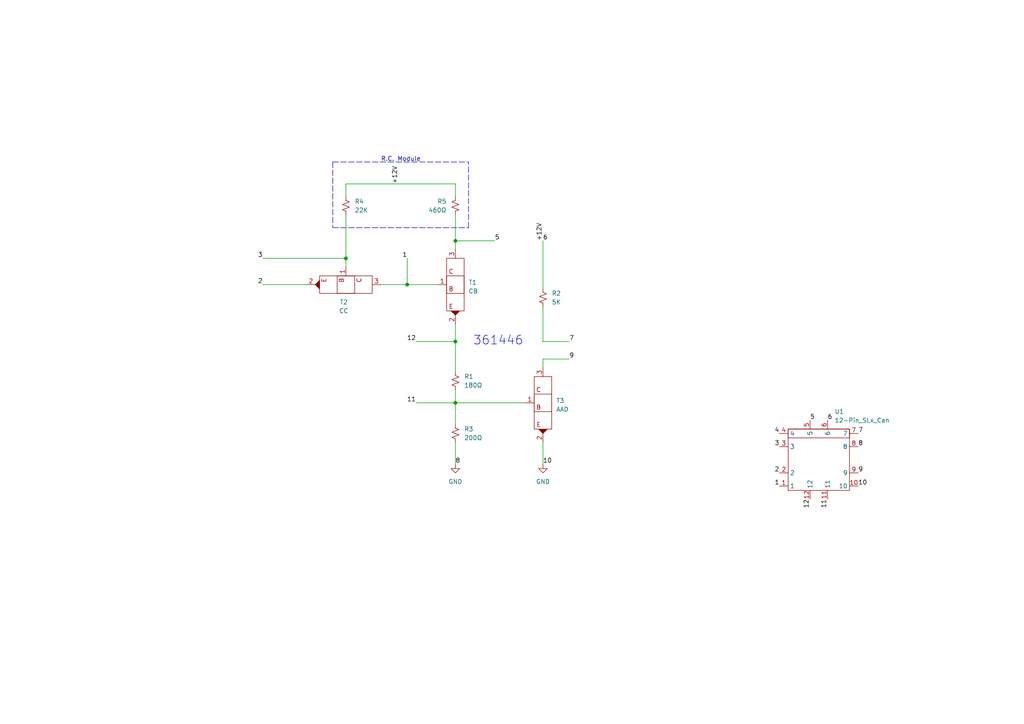
<source format=kicad_sch>
(kicad_sch (version 20211123) (generator eeschema)
  (paper "A4")
  (lib_symbols
    (symbol "Device:R_Small_US" (pin_numbers hide) (pin_names (offset 0.254) hide)
      (property "Reference" "R" (at 0.762 0.508 0))
      (property "Value" "R_Small_US" (at 0.762 -1.016 0))
      (symbol "R_Small_US_1_1"
        (polyline (pts (xy 0 0) (xy 1.016 -0.381) (xy 0 -0.762) (xy -1.016 -1.143) (xy 0 -1.524)))
        (polyline (pts (xy 0 1.524) (xy 1.016 1.143) (xy 0 0.762) (xy -1.016 0.381) (xy 0 0)))
        (pin passive line (at 0 2.54 270) (length 1.016) (name "~") (number "1"))
        (pin passive line (at 0 -2.54 90) (length 1.016) (name "~") (number "2"))
      )
    )
    (symbol "IBM_SLT-SLD:12-Pin_SLx_Can"
      (property "Reference" "U" (at 0 -2.54 0))
      (property "Value" "12-Pin_SLx_Can" (at 0 0 0))
      (symbol "12-Pin_SLx_Can_0_1"
        (rectangle (start -8.89 8.89) (end 8.89 -8.89))
        (rectangle (start -8.89 8.89) (end 8.89 6.35))
      )
      (symbol "12-Pin_SLx_Can_1_1"
        (pin passive line (at -11.43 -7.62 0) (length 2.54) (name "1") (number "1"))
        (pin passive line (at 11.43 -7.62 180) (length 2.54) (name "10") (number "10"))
        (pin passive line (at 2.54 -11.43 90) (length 2.54) (name "11") (number "11"))
        (pin passive line (at -2.54 -11.43 90) (length 2.54) (name "12") (number "12"))
        (pin passive line (at -11.43 -3.81 0) (length 2.54) (name "2") (number "2"))
        (pin passive line (at -11.43 3.81 0) (length 2.54) (name "3") (number "3"))
        (pin passive line (at -11.43 7.62 0) (length 2.54) (name "4") (number "4"))
        (pin passive line (at -2.54 11.43 270) (length 2.54) (name "5") (number "5"))
        (pin passive line (at 2.54 11.43 270) (length 2.54) (name "6") (number "6"))
        (pin passive line (at 11.43 7.62 180) (length 2.54) (name "7") (number "7"))
        (pin passive line (at 11.43 3.81 180) (length 2.54) (name "8") (number "8"))
        (pin passive line (at 11.43 -3.81 180) (length 2.54) (name "9") (number "9"))
      )
    )
    (symbol "IBM_SLT-SLD:IBM_Transistor"
      (property "Reference" "T" (at 0 5.08 0))
      (property "Value" "IBM_Transistor" (at 7.62 8.89 0))
      (symbol "IBM_Transistor_0_0"
        (text "B" (at -1.27 -1.27 0) (effects (font (size 1.27 1.27))))
        (text "C" (at -1.27 3.81 0) (effects (font (size 1.27 1.27))))
        (text "E" (at -1.27 -6.35 0) (effects (font (size 1.27 1.27))))
      )
      (symbol "IBM_Transistor_0_1"
        (rectangle (start -2.54 2.54) (end 2.54 -2.54))
        (rectangle (start -2.54 7.62) (end 2.54 -7.62))
        (polyline (pts (xy -1.27 -7.62) (xy 0 -8.89) (xy 1.27 -7.62)) (fill (type outline)))
      )
      (symbol "IBM_Transistor_1_1"
        (pin passive line (at -5.08 0 0) (length 2.54) (name "B") (number "1"))
        (pin passive line (at 0 -11.43 90) (length 2.54) (name "E") (number "2"))
        (pin passive line (at 0 10.16 270) (length 2.54) (name "C") (number "3"))
      )
    )
    (symbol "power:GND" (power) (pin_names (offset 0))
      (property "Value" "GND" (at 0 -3.81 0))
      (symbol "GND_0_1"
        (polyline (pts (xy 0 0) (xy 0 -1.27) (xy 1.27 -1.27) (xy 0 -2.54) (xy -1.27 -1.27) (xy 0 -1.27)))
      )
      (symbol "GND_1_1"
        (pin power_in line (at 0 0 270) (length 0) hide (name "GND") (number "1"))
      )
    )
  )
  (junction (at 118.11 82.55))
  (junction (at 132.08 69.85))
  (junction (at 100.33 74.93))
  (junction (at 132.08 99.06))
  (junction (at 132.08 116.84))
  (wire (pts (xy 118.11 82.55) (xy 127 82.55)))
  (wire (pts (xy 100.33 74.93) (xy 100.33 77.47)))
  (wire (pts (xy 132.08 62.23) (xy 132.08 69.85)))
  (wire (pts (xy 76.2 82.55) (xy 88.9 82.55)))
  (wire (pts (xy 132.08 116.84) (xy 132.08 123.19)))
  (wire (pts (xy 157.48 104.14) (xy 165.1 104.14)))
  (wire (pts (xy 120.65 99.06) (xy 132.08 99.06)))
  (wire (pts (xy 100.33 53.34) (xy 100.33 57.15)))
  (wire (pts (xy 132.08 99.06) (xy 132.08 93.98)))
  (wire (pts (xy 157.48 128.27) (xy 157.48 134.62)))
  (wire (pts (xy 120.65 116.84) (xy 132.08 116.84)))
  (polyline (pts (xy 96.52 46.99) (xy 96.52 66.04)))
  (wire (pts (xy 132.08 116.84) (xy 152.4 116.84)))
  (wire (pts (xy 110.49 82.55) (xy 118.11 82.55)))
  (wire (pts (xy 118.11 82.55) (xy 118.11 74.93)))
  (wire (pts (xy 157.48 99.06) (xy 157.48 88.9)))
  (wire (pts (xy 165.1 99.06) (xy 157.48 99.06)))
  (wire (pts (xy 132.08 57.15) (xy 132.08 53.34)))
  (wire (pts (xy 132.08 128.27) (xy 132.08 134.62)))
  (wire (pts (xy 132.08 116.84) (xy 132.08 113.03)))
  (wire (pts (xy 100.33 62.23) (xy 100.33 74.93)))
  (wire (pts (xy 157.48 106.68) (xy 157.48 104.14)))
  (wire (pts (xy 132.08 99.06) (xy 132.08 107.95)))
  (wire (pts (xy 76.2 74.93) (xy 100.33 74.93)))
  (polyline (pts (xy 96.52 46.99) (xy 135.89 46.99)))
  (wire (pts (xy 132.08 53.34) (xy 100.33 53.34)))
  (polyline (pts (xy 96.52 66.04) (xy 135.89 66.04)))
  (wire (pts (xy 132.08 69.85) (xy 132.08 72.39)))
  (wire (pts (xy 132.08 69.85) (xy 143.51 69.85)))
  (polyline (pts (xy 135.89 66.04) (xy 135.89 46.99)))
  (wire (pts (xy 157.48 69.85) (xy 157.48 83.82)))
  (text "361446" (at 137.16 100.33 0) (effects (font (size 2.54 2.54)) (justify left bottom)))
  (text "R.C. Module" (at 110.49 46.99 0) (effects (font (size 1.27 1.27)) (justify left bottom)))
  (label "9" (at 248.92 137.16 0))
  (label "7" (at 248.92 125.73 0))
  (label "6" (at 157.48 69.85 0))
  (label "9" (at 165.1 104.14 0))
  (label "+12V" (at 115.57 53.34 90))
  (label "5" (at 234.95 121.92 0))
  (label "11" (at 240.03 144.78 270))
  (label "12" (at 120.65 99.06 180))
  (label "5" (at 143.51 69.85 0))
  (label "7" (at 165.1 99.06 0))
  (label "4" (at 226.06 125.73 180))
  (label "10" (at 248.92 140.97 0))
  (label "8" (at 132.08 134.62 0))
  (label "3" (at 226.06 129.54 180))
  (label "11" (at 120.65 116.84 180))
  (label "8" (at 248.92 129.54 0))
  (label "2" (at 76.2 82.55 180))
  (label "1" (at 226.06 140.97 180))
  (label "1" (at 118.11 74.93 180))
  (label "10" (at 157.48 134.62 0))
  (label "12" (at 234.95 144.78 270))
  (label "3" (at 76.2 74.93 180))
  (label "2" (at 226.06 137.16 180))
  (label "6" (at 240.03 121.92 0))
  (label "+12V" (at 157.48 69.85 90))
  (symbol (lib_id "power:GND") (at 157.48 134.62 0) (unit 1)
    (property "Reference" "#PWR0102" (effects hide))
    (property "Value" "GND" (at 157.48 139.7 0))
  )
  (symbol (lib_id "Device:R_Small_US") (at 132.08 125.73 0) (unit 1)
    (property "Reference" "R3" (at 134.62 124.4599 0) (effects (justify left)))
    (property "Value" "200Ω" (at 134.62 126.9999 0) (effects (justify left)))
    (property "Footprint" "Resistor_SMD:R_0201_0603Metric" (effects hide))
  )
  (symbol (lib_id "IBM_SLT-SLD:IBM_Transistor") (at 157.48 116.84 0) (unit 1)
    (property "Reference" "T3" (at 161.29 116.2049 0) (effects (justify left)))
    (property "Value" "AAD" (at 161.29 118.7449 0) (effects (justify left)))
  )
  (symbol (lib_id "IBM_SLT-SLD:IBM_Transistor") (at 100.33 82.55 270) (unit 1)
    (property "Reference" "T2" (at 99.695 87.63 90))
    (property "Value" "CC" (at 99.695 90.17 90))
  )
  (symbol (lib_id "IBM_SLT-SLD:12-Pin_SLx_Can") (at 237.49 133.35 0) (unit 1)
    (property "Reference" "U1" (at 242.0494 119.38 0) (effects (justify left)))
    (property "Value" "12-Pin_SLx_Can" (at 242.0494 121.92 0) (effects (justify left)))
    (property "Footprint" "IBM_SLT-SLD:12-Pin_SLx_Can" (effects hide))
  )
  (symbol (lib_id "IBM_SLT-SLD:IBM_Transistor") (at 132.08 82.55 0) (unit 1)
    (property "Reference" "T1" (at 135.89 81.9149 0) (effects (justify left)))
    (property "Value" "CB" (at 135.89 84.4549 0) (effects (justify left)))
  )
  (symbol (lib_id "Device:R_Small_US") (at 100.33 59.69 180) (unit 1)
    (property "Reference" "R4" (at 102.87 58.4199 0) (effects (justify right)))
    (property "Value" "22K" (at 102.87 60.9599 0) (effects (justify right)))
    (property "Footprint" "Resistor_SMD:R_0201_0603Metric" (effects hide))
  )
  (symbol (lib_id "Device:R_Small_US") (at 132.08 110.49 180) (unit 1)
    (property "Reference" "R1" (at 134.62 109.2199 0) (effects (justify right)))
    (property "Value" "180Ω" (at 134.62 111.7599 0) (effects (justify right)))
    (property "Footprint" "Resistor_SMD:R_0201_0603Metric" (effects hide))
  )
  (symbol (lib_id "Device:R_Small_US") (at 132.08 59.69 0) (mirror x) (unit 1)
    (property "Reference" "R5" (at 129.54 58.4199 0) (effects (justify right)))
    (property "Value" "460Ω" (at 129.54 60.9599 0) (effects (justify right)))
    (property "Footprint" "Resistor_SMD:R_0201_0603Metric" (effects hide))
  )
  (symbol (lib_id "power:GND") (at 132.08 134.62 0) (unit 1)
    (property "Reference" "#PWR?" (effects hide))
    (property "Value" "GND" (at 132.08 139.7 0))
  )
  (symbol (lib_id "Device:R_Small_US") (at 157.48 86.36 180) (unit 1)
    (property "Reference" "R2" (at 160.02 85.0899 0) (effects (justify right)))
    (property "Value" "5K" (at 160.02 87.6299 0) (effects (justify right)))
    (property "Footprint" "Resistor_SMD:R_0201_0603Metric" (effects hide))
  )
)
</source>
